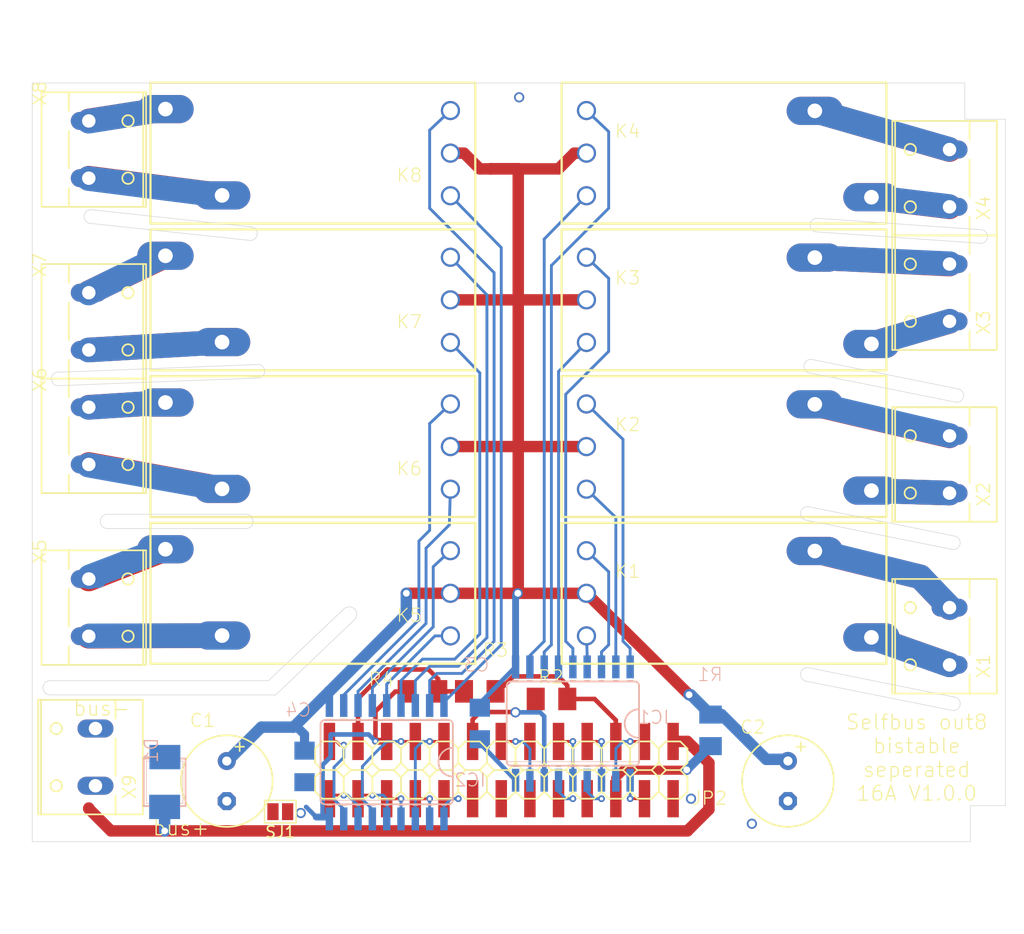
<source format=kicad_pcb>
(kicad_pcb (version 20221018) (generator pcbnew)
  (layers (0 "F.Cu" signal) (31 "B.Cu" signal) (34 "B.Paste" user) (35 "F.Paste" user) (36 "B.SilkS" user "B.Silkscreen") (37 "F.SilkS" user "F.Silkscreen") (38 "B.Mask" user) (39 "F.Mask" user) (44 "Edge.Cuts" user))
  (net 0 "")
  (net 1 "GND")
  (net 2 "VDD")
  (net 3 "+12V")
  (net 4 "/IO5")
  (net 5 "/IO6")
  (net 6 "/IO8")
  (net 7 "/IO2")
  (net 8 "/IO1")
  (net 9 "/IO7")
  (net 10 "/IO3")
  (net 11 "/IO4")
  (net 12 "/O4")
  (net 13 "/O3")
  (net 14 "/O7")
  (net 15 "/O1")
  (net 16 "/O2")
  (net 17 "/O8")
  (net 18 "/O6")
  (net 19 "/O5")
  (net 20 "/IO13")
  (net 21 "/IO14")
  (net 22 "/IO16")
  (net 23 "/IO15")
  (net 24 "/IO9")
  (net 25 "/IO10")
  (net 26 "/IO11")
  (net 27 "/IO12")
  (net 28 "/O12")
  (net 29 "/O11")
  (net 30 "/O10")
  (net 31 "/O9")
  (net 32 "/O15")
  (net 33 "/O16")
  (net 34 "/O14")
  (net 35 "/O13")
  (net 36 "/+3V3")
  (net 37 "/EIB_DC")
  (net 42 "/APP_SEL")
  (net 43 "Net-(K1B-PB)")
  (net 44 "Net-(K1B-PA)")
  (net 45 "Net-(K2B-PB)")
  (net 46 "Net-(K3B-PB)")
  (net 47 "Net-(K3B-PA)")
  (net 48 "Net-(K4B-PB)")
  (net 49 "Net-(K5B-PB)")
  (net 50 "Net-(K5B-PA)")
  (net 51 "Net-(K6B-PA)")
  (net 52 "Net-(K7B-PB)")
  (net 53 "Net-(K7B-PA)")
  (net 54 "Net-(K8B-PA)")
  (footprint "app_out_8x_16A_bistab_seperated_4MU_BOT_v2.0.0:HFE20-3-504" (layer "F.Cu") (at 129.8351 116.6241 180)
    (fp_text reference "K5")
    (fp_text value "HFE20-1-024-1HD504")
  )
  (footprint "app_out_8x_16A_bistab_seperated_4MU_BOT_v2.0.0:2X13SMD" (layer "F.Cu") (at 160.9136 133.5786 180)
    (fp_text reference "JP2")
    (fp_text value "A")
  )
  (footprint "app_out_8x_16A_bistab_seperated_4MU_BOT_v2.0.0:E3,5-8" (layer "F.Cu") (at 172.366553 133.279285 -90)
    (fp_text reference "C2")
    (fp_text value "330µF/35V")
  )
  (footprint "app_out_8x_16A_bistab_seperated_4MU_BOT_v2.0.0:W237-132" (layer "F.Cu") (at 186.0596 89.9541 90)
    (fp_text reference "X3")
    (fp_text value "W237-02P")
  )
  (footprint "app_out_8x_16A_bistab_seperated_4MU_BOT_v2.0.0:HFE20-3-504" (layer "F.Cu") (at 167.1001 77.5716)
    (fp_text reference "K4")
    (fp_text value "HFE20-1-024-1HD504")
  )
  (footprint "app_out_8x_16A_bistab_seperated_4MU_BOT_v2.0.0:M1206" (layer "F.Cu") (at 139.9586 125.3236)
    (fp_text reference "R4")
    (fp_text value "33k")
  )
  (footprint "app_out_8x_16A_bistab_seperated_4MU_BOT_v2.0.0:E3,5-8" (layer "F.Cu") (at 122.603478 133.284382 -90)
    (fp_text reference "C1")
    (fp_text value "330µF/35V")
  )
  (footprint "app_out_8x_16A_bistab_seperated_4MU_BOT_v2.0.0:M1206" (layer "F.Cu") (at 151.4 126)
    (fp_text reference "R2")
    (fp_text value "3k3")
  )
  (footprint "app_out_8x_16A_bistab_seperated_4MU_BOT_v2.0.0:HFE20-3-504" (layer "F.Cu") (at 167.1001 90.5891)
    (fp_text reference "K3")
    (fp_text value "HFE20-1-024-1HD504")
  )
  (footprint "app_out_8x_16A_bistab_seperated_4MU_BOT_v2.0.0:HFE20-3-504" (layer "F.Cu") (at 167.1001 116.6241)
    (fp_text reference "K1")
    (fp_text value "HFE20-1-024-1HD504")
  )
  (footprint "app_out_8x_16A_bistab_seperated_4MU_BOT_v2.0.0:W237-132" (layer "F.Cu") (at 186.0596 105.1941 90)
    (fp_text reference "X2")
    (fp_text value "W237-02P")
  )
  (footprint "app_out_8x_16A_bistab_seperated_4MU_BOT_v2.0.0:HFE20-3-504" (layer "F.Cu") (at 129.8351 90.5891 180)
    (fp_text reference "K7")
    (fp_text value "HFE20-1-024-1HD504")
  )
  (footprint "app_out_8x_16A_bistab_seperated_4MU_BOT_v2.0.0:HFE20-3-504" (layer "F.Cu") (at 129.8351 103.6066 180)
    (fp_text reference "K6")
    (fp_text value "HFE20-1-024-1HD504")
  )
  (footprint "app_out_8x_16A_bistab_seperated_4MU_BOT_v2.0.0:W237-132" (layer "F.Cu") (at 186.0596 79.7941 90)
    (fp_text reference "X4")
    (fp_text value "W237-02P")
  )
  (footprint "app_out_8x_16A_bistab_seperated_4MU_BOT_v2.0.0:W237-132" (layer "F.Cu") (at 111.0026 102.6541 -90)
    (fp_text reference "X6")
    (fp_text value "W237-02P")
  )
  (footprint "app_out_8x_16A_bistab_seperated_4MU_BOT_v2.0.0:W237-132" (layer "F.Cu") (at 111.0026 117.8941 -90)
    (fp_text reference "X5")
    (fp_text value "W237-02P")
  )
  (footprint "app_out_8x_16A_bistab_seperated_4MU_BOT_v2.0.0:W237-132" (layer "F.Cu") (at 110.3262 131.1588 90)
    (fp_text reference "X9")
    (fp_text value "W237-102")
  )
  (footprint "app_out_8x_16A_bistab_seperated_4MU_BOT_v2.0.0:W237-132" (layer "F.Cu") (at 111.0026 92.4941 -90)
    (fp_text reference "X7")
    (fp_text value "W237-02P")
  )
  (footprint "app_out_8x_16A_bistab_seperated_4MU_BOT_v2.0.0:HFE20-3-504" (layer "F.Cu") (at 167.0976 103.6066)
    (fp_text reference "K2")
    (fp_text value "HFE20-1-024-1HD504")
  )
  (footprint "app_out_8x_16A_bistab_seperated_4MU_BOT_v2.0.0:M1206" (layer "F.Cu") (at 145.0386 125.3236)
    (fp_text reference "R3")
    (fp_text value "33k")
  )
  (footprint "app_out_8x_16A_bistab_seperated_4MU_BOT_v2.0.0:W237-132" (layer "F.Cu") (at 111.0026 77.2541 -90)
    (fp_text reference "X8")
    (fp_text value "W237-02P")
  )
  (footprint "app_out_8x_16A_bistab_seperated_4MU_BOT_v2.0.0:HFE20-3-504" (layer "F.Cu") (at 129.8376 77.5716 180)
    (fp_text reference "K8")
    (fp_text value "HFE20-1-024-1HD504")
  )
  (footprint "app_out_8x_16A_bistab_seperated_4MU_BOT_v2.0.0:W237-132" (layer "F.Cu") (at 186.0596 120.4341 90)
    (fp_text reference "X1")
    (fp_text value "W237-02P")
  )
  (footprint "Jumper:SolderJumper-2_P1.3mm_Open_Pad1.0x1.5mm" (layer "F.Cu") (at 127.35 136 180)
    (fp_text reference "SJ1")
    (fp_text value "A")
  )
  (footprint "app_out_8x_16A_bistab_seperated_4MU_BOT_v2.0.0:M1206" (layer "B.Cu") (at 165.502203 128.784029 90)
    (fp_text reference "R1")
    (fp_text value "680")
  )
  (footprint "app_out_8x_16A_bistab_seperated_4MU_BOT_v2.0.0:SO18W" (layer "B.Cu") (at 136.7836 131.6101 180)
    (fp_text reference "IC2")
    (fp_text value "ULN2803")
  )
  (footprint "app_out_8x_16A_bistab_seperated_4MU_BOT_v2.0.0:C1206" (layer "B.Cu") (at 129.498121 131.984169 -90)
    (fp_text reference "C4")
    (fp_text value "100n")
  )
  (footprint "app_out_8x_16A_bistab_seperated_4MU_BOT_v2.0.0:SO18W" (layer "B.Cu") (at 153.2936 128.1811 180)
    (fp_text reference "IC1")
    (fp_text value "ULN2803")
  )
  (footprint "app_out_8x_16A_bistab_seperated_4MU_BOT_v2.0.0:SMB" (layer "B.Cu") (at 117.219012 133.265004 90)
    (fp_text reference "D1")
    (fp_text value "SMAJ40CA")
  )
  (footprint "app_out_8x_16A_bistab_seperated_4MU_BOT_v2.0.0:C1206" (layer "B.Cu") (at 145.0436 128.1736 -90)
    (fp_text reference "C3")
    (fp_text value "100n")
  )
  (gr_arc (start 174.8311 84.5561) (mid 174.3311 83.8561) (end 175.0311 83.3561) (stroke (width 0.05)) (layer "Edge.Cuts"))
  (gr_arc (start 124.7561 84.1161) (mid 125.3061 84.7661) (end 124.6561 85.3161) (stroke (width 0.05)) (layer "Edge.Cuts"))
  (gr_arc (start 124.9311 110.2461) (mid 124.745113 110.695113) (end 124.2961 110.8811) (stroke (width 0.05)) (layer "Edge.Cuts"))
  (gr_arc (start 187.3911 98.4786) (mid 187.9411 99.1286) (end 187.2911 99.6786) (stroke (width 0.05)) (layer "Edge.Cuts"))
  (gr_line (start 126.9411 125.6411) (end 106.9386 125.6411) (stroke (width 0.05)) (layer "Edge.Cuts"))
  (gr_line (start 175.0311 83.3561) (end 189.5186 84.3686) (stroke (width 0.05)) (layer "Edge.Cuts"))
  (gr_line (start 124.6561 85.3161) (end 110.4511 83.7986) (stroke (width 0.05)) (layer "Edge.Cuts"))
  (gr_line (start 191.6511 135.4586) (end 188.5511 135.4586) (stroke (width 0.05)) (layer "Edge.Cuts"))
  (gr_line (start 126.9411 125.6411) (end 133.9261 118.9736) (stroke (width 0.05)) (layer "Edge.Cuts"))
  (gr_arc (start 110.4511 83.7986) (mid 109.9511 83.0986) (end 110.6511 82.5986) (stroke (width 0.05)) (layer "Edge.Cuts"))
  (gr_arc (start 187.0911 111.5386) (mid 187.6411 112.1886) (end 186.9911 112.7386) (stroke (width 0.05)) (layer "Edge.Cuts"))
  (gr_line (start 191.6511 74.5586) (end 191.6511 135.4586) (stroke (width 0.05)) (layer "Edge.Cuts"))
  (gr_line (start 188.5511 135.4586) (end 188.5511 138.6586) (stroke (width 0.05)) (layer "Edge.Cuts"))
  (gr_arc (start 187.0911 125.8261) (mid 187.6411 126.4761) (end 186.9911 127.0261) (stroke (width 0.05)) (layer "Edge.Cuts"))
  (gr_line (start 107.770415 97.005425) (end 125.4211 96.3236) (stroke (width 0.05)) (layer "Edge.Cuts"))
  (gr_line (start 188.5511 138.6586) (end 105.3511 138.6586) (stroke (width 0.05)) (layer "Edge.Cuts"))
  (gr_line (start 105.3511 71.3486) (end 188.0511 71.3486) (stroke (width 0.05)) (layer "Edge.Cuts"))
  (gr_arc (start 112.0186 110.8811) (mid 111.569587 110.695113) (end 111.3836 110.2461) (stroke (width 0.05)) (layer "Edge.Cuts"))
  (gr_line (start 125.3211 97.5236) (end 107.570415 98.205425) (stroke (width 0.05)) (layer "Edge.Cuts"))
  (gr_line (start 186.9911 127.0261) (end 173.9911 124.4261) (stroke (width 0.05)) (layer "Edge.Cuts"))
  (gr_line (start 112.0186 109.6111) (end 124.2961 109.6111) (stroke (width 0.05)) (layer "Edge.Cuts"))
  (gr_arc (start 124.2961 109.6111) (mid 124.745113 109.797087) (end 124.9311 110.2461) (stroke (width 0.05)) (layer "Edge.Cuts"))
  (gr_arc (start 173.9911 124.4261) (mid 173.4911 123.7261) (end 174.1911 123.2261) (stroke (width 0.05)) (layer "Edge.Cuts"))
  (gr_line (start 110.6511 82.5986) (end 124.7561 84.1161) (stroke (width 0.05)) (layer "Edge.Cuts"))
  (gr_arc (start 107.570415 98.205425) (mid 107.070415 97.505425) (end 107.770415 97.005425) (stroke (width 0.05)) (layer "Edge.Cuts"))
  (gr_line (start 106.9386 124.3711) (end 126.3061 124.3711) (stroke (width 0.05)) (layer "Edge.Cuts"))
  (gr_line (start 174.1911 108.9386) (end 187.0911 111.5386) (stroke (width 0.05)) (layer "Edge.Cuts"))
  (gr_line (start 124.2961 110.8811) (end 112.0186 110.8811) (stroke (width 0.05)) (layer "Edge.Cuts"))
  (gr_line (start 187.2911 99.6786) (end 174.2911 97.0786) (stroke (width 0.05)) (layer "Edge.Cuts"))
  (gr_line (start 188.0511 71.3486) (end 188.0511 74.5586) (stroke (width 0.05)) (layer "Edge.Cuts"))
  (gr_arc (start 189.5186 84.3686) (mid 190.0686 85.0186) (end 189.4186 85.5686) (stroke (width 0.05)) (layer "Edge.Cuts"))
  (gr_line (start 189.4186 85.5686) (end 174.8311 84.5561) (stroke (width 0.05)) (layer "Edge.Cuts"))
  (gr_arc (start 106.9386 125.6411) (mid 106.489587 125.455113) (end 106.3036 125.0061) (stroke (width 0.05)) (layer "Edge.Cuts"))
  (gr_arc (start 125.4211 96.3236) (mid 125.9711 96.9736) (end 125.3211 97.5236) (stroke (width 0.05)) (layer "Edge.Cuts"))
  (gr_arc (start 174.2911 97.0786) (mid 173.7911 96.3786) (end 174.4911 95.8786) (stroke (width 0.05)) (layer "Edge.Cuts"))
  (gr_line (start 126.3061 124.3711) (end 132.9736 118.0211) (stroke (width 0.05)) (layer "Edge.Cuts"))
  (gr_arc (start 106.3036 125.0061) (mid 106.489587 124.557087) (end 106.9386 124.3711) (stroke (width 0.05)) (layer "Edge.Cuts"))
  (gr_line (start 186.9911 112.7386) (end 173.9911 110.1386) (stroke (width 0.05)) (layer "Edge.Cuts"))
  (gr_line (start 174.4911 95.8786) (end 187.3911 98.4786) (stroke (width 0.05)) (layer "Edge.Cuts"))
  (gr_arc (start 132.9736 118.0211) (mid 133.9261 118.0211) (end 133.9261 118.9736) (stroke (width 0.05)) (layer "Edge.Cuts"))
  (gr_arc (start 173.9911 110.1386) (mid 173.4911 109.4386) (end 174.1911 108.9386) (stroke (width 0.05)) (layer "Edge.Cuts"))
  (gr_arc (start 111.3836 110.2461) (mid 111.569587 109.797087) (end 112.0186 109.6111) (stroke (width 0.05)) (layer "Edge.Cuts"))
  (gr_line (start 174.1911 123.2261) (end 187.0911 125.8261) (stroke (width 0.05)) (layer "Edge.Cuts"))
  (gr_line (start 105.3511 138.6586) (end 105.3511 71.3486) (stroke (width 0.05)) (layer "Edge.Cuts"))
  (gr_line (start 188.0511 74.5586) (end 191.6511 74.5586) (stroke (width 0.05)) (layer "Edge.Cuts"))
  (gr_text "bus+" (at 118.552365 137.444854) (layer "F.SilkS") (effects (font (size 1.308608 1.308608) (thickness 0.113792))))
  (gr_text "bus-" (at 111.50235 126.8361) (layer "F.SilkS") (effects (font (size 1.308608 1.308608) (thickness 0.113792))))
  (gr_text "Selfbus out8\nbistable\nseperated\n16A V1.0.0" (at 183.788312 131.215304) (layer "F.SilkS") (effects (font (size 1.308608 1.308608) (thickness 0.113792))))
  (segment (start 145.067606 127.158941) (end 148.198346 127.158941) (width 0.4064) (layer "F.Cu") (net 0))
  (segment (start 144.4036 127.822947) (end 145.067606 127.158941) (width 0.4064) (layer "F.Cu") (net 0))
  (segment (start 144.4036 129.7686) (end 144.4036 127.822947) (width 0.4064) (layer "F.Cu") (net 0))
  (segment (start 148.198346 127.158941) (end 148.198346 127.186138) (width 0.4064) (layer "F.Cu") (net 0))
  (via (at 148.198346 127.186138) (size 0.9) (drill 0.6) (layers "F.Cu" "B.Cu") (net 0))
  (segment (start 150.738346 133.195047) (end 150.7536 133.2103) (width 0.4064) (layer "B.Cu") (net 0))
  (segment (start 139.3236 124.3711) (end 139.3236 126.5809) (width 0.254) (layer "B.Cu") (net 0))
  (segment (start 157.7386 120.8786) (end 157.7386 102.9676) (width 0.254) (layer "B.Cu") (net 0))
  (segment (start 145.0386 120.2436) (end 145.0386 97.0726) (width 0.254) (layer "B.Cu") (net 0))
  (segment (start 149.4836 122.1486) (end 150.7536 120.8786) (width 0.254) (layer "B.Cu") (net 0))
  (segment (start 148.198346 127.186138) (end 150.393637 127.186138) (width 0.4064) (layer "B.Cu") (net 0))
  (segment (start 157.1036 109.8926) (end 154.4976 107.3866) (width 0.254) (layer "B.Cu") (net 0))
  (segment (start 145.0386 120.2436) (end 142.8161 122.4661) (width 0.254) (layer "B.Cu") (net 0))
  (segment (start 140.5936 75.5356) (end 142.4376 73.7916) (width 0.254) (layer "B.Cu") (net 0))
  (segment (start 140.5936 124.3711) (end 140.5936 126.5809) (width 0.254) (layer "B.Cu") (net 0))
  (segment (start 150.7536 121.8311) (end 151.3886 121.1961) (width 0.254) (layer "B.Cu") (net 0))
  (segment (start 149.4836 123.1519) (end 149.4836 122.1486) (width 0.254) (layer "B.Cu") (net 0))
  (segment (start 150.7536 123.1519) (end 150.7536 121.8311) (width 0.254) (layer "B.Cu") (net 0))
  (segment (start 156.4686 95.1611) (end 156.4686 88.6776) (width 0.254) (layer "B.Cu") (net 0))
  (segment (start 141.2286 123.7361) (end 140.5936 124.3711) (width 0.254) (layer "B.Cu") (net 0))
  (segment (start 145.6736 120.5611) (end 143.1336 123.1011) (width 0.254) (layer "B.Cu") (net 0))
  (segment (start 152.0236 123.1519) (end 152.0236 96.9456) (width 0.254) (layer "B.Cu") (net 0))
  (segment (start 146.3086 120.8786) (end 143.4511 123.7361) (width 0.254) (layer "B.Cu") (net 0))
  (segment (start 156.4686 88.6776) (end 154.5001 86.8091) (width 0.254) (layer "B.Cu") (net 0))
  (segment (start 146.9436 121.1961) (end 141.8355 126.3042) (width 0.254) (layer "B.Cu") (net 0))
  (segment (start 143.1336 123.1011) (end 140.5936 123.1011) (width 0.254) (layer "B.Cu") (net 0))
  (segment (start 157.7386 102.9676) (end 154.4976 99.8266) (width 0.254) (layer "B.Cu") (net 0))
  (segment (start 156.4686 75.6601) (end 154.5001 73.7916) (width 0.254) (layer "B.Cu") (net 0))
  (segment (start 141.8355 126.3042) (end 141.8636 126.5809) (width 0.254) (layer "B.Cu") (net 0))
  (segment (start 157.1036 123.1519) (end 157.1036 109.8926) (width 0.254) (layer "B.Cu") (net 0))
  (segment (start 150.393637 127.186138) (end 150.7536 127.5461) (width 0.4064) (layer "B.Cu") (net 0))
  (segment (start 155.8336 123.1519) (end 155.8336 121.8311) (width 0.254) (layer "B.Cu") (net 0))
  (segment (start 142.8161 122.4661) (end 139.9586 122.4661) (width 0.254) (layer "B.Cu") (net 0))
  (segment (start 145.6736 120.5611) (end 145.6736 90.1476) (width 0.254) (layer "B.Cu") (net 0))
  (segment (start 153.2936 123.1519) (end 153.2936 121.5136) (width 0.254) (layer "B.Cu") (net 0))
  (segment (start 152.0236 96.9456) (end 154.5001 94.3691) (width 0.254) (layer "B.Cu") (net 0))
  (segment (start 151.3886 121.1961) (end 151.3886 87.5411) (width 0.254) (layer "B.Cu") (net 0))
  (segment (start 150.7536 120.8786) (end 150.7536 85.1981) (width 0.254) (layer "B.Cu") (net 0))
  (segment (start 140.5936 123.1011) (end 139.3236 124.3711) (width 0.254) (layer "B.Cu") (net 0))
  (segment (start 145.6736 90.1476) (end 142.4351 86.8091) (width 0.254) (layer "B.Cu") (net 0))
  (segment (start 146.9436 85.9576) (end 142.4376 81.3516) (width 0.254) (layer "B.Cu") (net 0))
  (segment (start 156.4686 121.1961) (end 156.4686 114.7126) (width 0.254) (layer "B.Cu") (net 0))
  (segment (start 156.4686 114.7126) (end 154.5001 112.8441) (width 0.254) (layer "B.Cu") (net 0))
  (segment (start 146.3086 120.8786) (end 146.3086 88.1761) (width 0.254) (layer "B.Cu") (net 0))
  (segment (start 155.8336 121.8311) (end 156.4686 121.1961) (width 0.254) (layer "B.Cu") (net 0))
  (segment (start 146.3086 88.1761) (end 140.5936 82.4611) (width 0.254) (layer "B.Cu") (net 0))
  (segment (start 140.5936 82.4611) (end 140.5936 75.5356) (width 0.254) (layer "B.Cu") (net 0))
  (segment (start 146.9436 85.9576) (end 146.9436 121.1961) (width 0.254) (layer "B.Cu") (net 0))
  (segment (start 151.3886 87.5411) (end 156.4686 82.4611) (width 0.254) (layer "B.Cu") (net 0))
  (segment (start 150.7536 85.1981) (end 154.5001 81.3516) (width 0.254) (layer "B.Cu") (net 0))
  (segment (start 158.3736 121.5136) (end 157.7386 120.8786) (width 0.254) (layer "B.Cu") (net 0))
  (segment (start 145.0386 97.0726) (end 142.4351 94.3691) (width 0.254) (layer "B.Cu") (net 0))
  (segment (start 152.6586 120.8786) (end 152.6586 98.9711) (width 0.254) (layer "B.Cu") (net 0))
  (segment (start 138.0536 124.3711) (end 138.0536 126.5809) (width 0.254) (layer "B.Cu") (net 0))
  (segment (start 158.3736 123.1519) (end 158.3736 121.5136) (width 0.254) (layer "B.Cu") (net 0))
  (segment (start 153.2936 121.5136) (end 152.6586 120.8786) (width 0.254) (layer "B.Cu") (net 0))
  (segment (start 143.4511 123.7361) (end 141.2286 123.7361) (width 0.254) (layer "B.Cu") (net 0))
  (segment (start 152.6586 98.9711) (end 156.4686 95.1611) (width 0.254) (layer "B.Cu") (net 0))
  (segment (start 139.9586 122.4661) (end 138.0536 124.3711) (width 0.254) (layer "B.Cu") (net 0))
  (segment (start 156.4686 82.4611) (end 156.4686 75.6601) (width 0.254) (layer "B.Cu") (net 0))
  (segment (start 150.7536 127.5461) (end 150.7536 133.2103) (width 0.4064) (layer "B.Cu") (net 0))
  (segment (start 138.538215 125.343985) (end 138.5586 125.3236) (width 0.4064) (layer "F.Cu") (net 1))
  (segment (start 135.788115 129.7511) (end 136.7661 129.7511) (width 0.6096) (layer "F.Cu") (net 1))
  (segment (start 135.788115 129.7511) (end 135.788115 127.103285) (width 0.4064) (layer "F.Cu") (net 1))
  (segment (start 136.7661 129.7511) (end 136.7836 129.7686) (width 0.6096) (layer "F.Cu") (net 1))
  (segment (start 137.547415 125.343985) (end 138.538215 125.343985) (width 0.4064) (layer "F.Cu") (net 1))
  (segment (start 135.788115 127.103285) (end 137.547415 125.343985) (width 0.4064) (layer "F.Cu") (net 1))
  (via (at 163.7711 134.8486) (size 0.9) (drill 0.6) (layers "F.Cu" "B.Cu") (net 1))
  (via (at 148.5311 72.6186) (size 0.9) (drill 0.6) (layers "F.Cu" "B.Cu") (net 1))
  (via (at 135.788115 129.7511) (size 0.6) (drill 0.3) (layers "F.Cu" "B.Cu") (net 1))
  (via (at 129.1636 136.1186) (size 0.9) (drill 0.6) (layers "F.Cu" "B.Cu") (net 1))
  (via (at 169.1686 137.0711) (size 0.9) (drill 0.6) (layers "F.Cu" "B.Cu") (net 1))
  (segment (start 131.808653 129.181472) (end 131.840125 129.15) (width 0.4064) (layer "B.Cu") (net 1))
  (segment (start 131.100503 131.851497) (end 131.808653 131.143347) (width 0.4064) (layer "B.Cu") (net 1))
  (segment (start 131.840125 129.15) (end 135.187015 129.15) (width 0.4064) (layer "B.Cu") (net 1))
  (segment (start 135.187015 129.15) (end 135.788115 129.7511) (width 0.4064) (layer "B.Cu") (net 1))
  (segment (start 135.788115 129.7511) (end 135.7811 129.7511) (width 0.4064) (layer "B.Cu") (net 1))
  (segment (start 131.08899 136.4736) (end 131.5379 136.4736) (width 0.6096) (layer "B.Cu") (net 1))
  (segment (start 130.5336 136.4736) (end 131.08899 136.4736) (width 0.6096) (layer "B.Cu") (net 1))
  (segment (start 131.808653 131.143347) (end 131.808653 129.181472) (width 0.4064) (layer "B.Cu") (net 1))
  (segment (start 145.1295 129.9945) (end 148.2136 133.2103) (width 0.4064) (layer "B.Cu") (net 1))
  (segment (start 131.5379 136.4736) (end 131.7036 136.6393) (width 0.4064) (layer "B.Cu") (net 1))
  (segment (start 131.100503 136.462088) (end 131.100503 131.851497) (width 0.4064) (layer "B.Cu") (net 1))
  (segment (start 131.4786 136.4143) (end 131.7036 136.6393) (width 0.4064) (layer "B.Cu") (net 1))
  (segment (start 131.08899 136.4736) (end 131.100503 136.462088) (width 0.4064) (layer "B.Cu") (net 1))
  (segment (start 129.638512 135.578513) (end 130.5336 136.4736) (width 0.4064) (layer "B.Cu") (net 1))
  (segment (start 145.0436 129.5736) (end 145.1295 129.9945) (width 0.4064) (layer "B.Cu") (net 1))
  (segment (start 154.5001 77.5716) (end 153.4206 77.5716) (width 1.016) (layer "F.Cu") (net 2))
  (segment (start 148.4511 90.3986) (end 148.4511 78.9586) (width 1.016) (layer "F.Cu") (net 2))
  (segment (start 148.2606 90.5891) (end 148.2606 90.5891) (width 1.016) (layer "F.Cu") (net 2))
  (segment (start 146.0011 78.9586) (end 146.0011 78.9586) (width 1.016) (layer "F.Cu") (net 2))
  (segment (start 143.6416 77.5716) (end 142.4376 77.5716) (width 1.016) (layer "F.Cu") (net 2))
  (segment (start 148.2606 90.5891) (end 142.4351 90.5891) (width 1.016) (layer "F.Cu") (net 2))
  (segment (start 154.5001 116.6241) (end 148.4136 116.6241) (width 1.016) (layer "F.Cu") (net 2))
  (segment (start 152.0236 78.9686) (end 145.9911 78.9686) (width 1.016) (layer "F.Cu") (net 2))
  (segment (start 148.35585 90.563578) (end 148.425578 90.49385) (width 1.016) (layer "F.Cu") (net 2))
  (segment (start 148.54635 90.563578) (end 148.476622 90.49385) (width 1.016) (layer "F.Cu") (net 2))
  (segment (start 163.601793 125.625794) (end 154.5001 116.6241) (width 1.016) (layer "F.Cu") (net 2))
  (segment (start 143.6416 77.5716) (end 145.0386 78.9686) (width 1.016) (layer "F.Cu") (net 2))
  (segment (start 142.4351 103.6066) (end 148.4511 103.6066) (width 1.016) (layer "F.Cu") (net 2))
  (segment (start 148.6416 90.5891) (end 148.54635 90.563578) (width 1.016) (layer "F.Cu") (net 2))
  (segment (start 146.0011 78.9586) (end 145.9911 78.9686) (width 1.016) (layer "F.Cu") (net 2))
  (segment (start 153.4206 77.5716) (end 152.0236 78.9686) (width 1.016) (layer "F.Cu") (net 2))
  (segment (start 142.332303 116.621304) (end 142.4351 116.6241) (width 0.4064) (layer "F.Cu") (net 2))
  (segment (start 145.9911 78.9686) (end 145.0386 78.9686) (width 1.016) (layer "F.Cu") (net 2))
  (segment (start 148.425578 90.49385) (end 148.4511 90.3986) (width 1.016) (layer "F.Cu") (net 2))
  (segment (start 154.4976 103.6066) (end 148.4511 103.6066) (width 1.016) (layer "F.Cu") (net 2))
  (segment (start 148.4136 116.6241) (end 142.4351 116.6241) (width 1.016) (layer "F.Cu") (net 2))
  (segment (start 148.4511 116.5586) (end 148.4511 103.6066) (width 1.016) (layer "F.Cu") (net 2))
  (segment (start 148.6416 90.5891) (end 148.6416 90.5891) (width 1.016) (layer "F.Cu") (net 2))
  (segment (start 148.6416 90.5891) (end 154.5001 90.5891) (width 1.016) (layer "F.Cu") (net 2))
  (segment (start 148.476622 90.49385) (end 148.4511 90.3986) (width 1.016) (layer "F.Cu") (net 2))
  (segment (start 148.4511 78.9586) (end 146.0011 78.9586) (width 1.016) (layer "F.Cu") (net 2))
  (segment (start 138.527015 116.621304) (end 142.332303 116.621304) (width 1.016) (layer "F.Cu") (net 2))
  (segment (start 148.2606 90.5891) (end 148.35585 90.563578) (width 1.016) (layer "F.Cu") (net 2))
  (segment (start 148.4511 103.6066) (end 148.4511 90.3986) (width 1.016) (layer "F.Cu") (net 2))
  (via (at 148.4136 116.6241) (size 0.9) (drill 0.6) (layers "F.Cu" "B.Cu") (net 2))
  (via (at 163.601793 125.625794) (size 0.9) (drill 0.6) (layers "F.Cu" "B.Cu") (net 2))
  (via (at 138.527015 116.621304) (size 0.9) (drill 0.6) (layers "F.Cu" "B.Cu") (net 2))
  (segment (start 122.663318 131.506382) (end 125.6711 128.4986) (width 1.016) (layer "B.Cu") (net 2))
  (segment (start 129.498121 130.584169) (end 129.498121 129.150622) (width 0.8128) (layer "B.Cu") (net 2))
  (segment (start 166.466528 127.384029) (end 170.4386 131.3561) (width 1.016) (layer "B.Cu") (net 2))
  (segment (start 128.68735 128.33985) (end 128.5286 128.4986) (width 1.016) (layer "B.Cu") (net 2))
  (segment (start 122.603478 131.506382) (end 122.663318 131.506382) (width 1.016) (layer "B.Cu") (net 2))
  (segment (start 163.743968 125.625794) (end 165.502203 127.384029) (width 1.016) (layer "B.Cu") (net 2))
  (segment (start 148.2136 116.8241) (end 148.4136 116.6241) (width 0.6096) (layer "B.Cu") (net 2))
  (segment (start 138.527015 116.621304) (end 138.527015 118.500185) (width 1.016) (layer "B.Cu") (net 2))
  (segment (start 131.7036 126.5809) (end 131.7036 125.3236) (width 0.6096) (layer "B.Cu") (net 2))
  (segment (start 165.502203 127.384029) (end 166.466528 127.384029) (width 1.016) (layer "B.Cu") (net 2))
  (segment (start 145.3611 126.0552) (end 145.0436 126.7736) (width 0.4064) (layer "B.Cu") (net 2))
  (segment (start 138.527015 118.500185) (end 131.7036 125.3236) (width 1.016) (layer "B.Cu") (net 2))
  (segment (start 148.2136 123.1519) (end 145.3611 126.0552) (width 0.4064) (layer "B.Cu") (net 2))
  (segment (start 163.601793 125.625794) (end 163.743968 125.625794) (width 1.016) (layer "B.Cu") (net 2))
  (segment (start 125.6711 128.4986) (end 128.5286 128.4986) (width 1.016) (layer "B.Cu") (net 2))
  (segment (start 172.221368 131.3561) (end 172.366553 131.501285) (width 1.016) (layer "B.Cu") (net 2))
  (segment (start 129.498121 129.150622) (end 128.68735 128.33985) (width 0.8128) (layer "B.Cu") (net 2))
  (segment (start 131.7036 125.3236) (end 128.68735 128.33985) (width 1.016) (layer "B.Cu") (net 2))
  (segment (start 170.4386 131.3561) (end 172.221368 131.3561) (width 1.016) (layer "B.Cu") (net 2))
  (segment (start 148.2136 123.1519) (end 148.2136 116.8241) (width 0.6096) (layer "B.Cu") (net 2))
  (segment (start 163.4536 137.7061) (end 117.0986 137.7061) (width 1.016) (layer "F.Cu") (net 3))
  (segment (start 163.4536 129.7686) (end 165.3586 131.6736) (width 1.016) (layer "F.Cu") (net 3))
  (segment (start 110.3676 135.6741) (end 110.3676 135.7376) (width 1.016) (layer "F.Cu") (net 3))
  (segment (start 165.3586 135.8011) (end 163.4536 137.7061) (width 1.016) (layer "F.Cu") (net 3))
  (segment (start 162.1836 129.7686) (end 163.4536 129.7686) (width 1.016) (layer "F.Cu") (net 3))
  (segment (start 165.3586 131.6736) (end 165.3586 135.8011) (width 1.016) (layer "F.Cu") (net 3))
  (segment (start 117.0986 137.7061) (end 112.3361 137.7061) (width 1.016) (layer "F.Cu") (net 3))
  (segment (start 110.3676 135.7376) (end 112.3361 137.7061) (width 1.016) (layer "F.Cu") (net 3))
  (via (at 117.0986 137.7061) (size 0.9) (drill 0.6) (layers "F.Cu" "B.Cu") (net 3))
  (segment (start 117.092012 135.576404) (end 117.092012 137.699513) (width 1.016) (layer "B.Cu") (net 3))
  (segment (start 117.092012 137.699513) (end 117.0986 137.7061) (width 1.016) (layer "B.Cu") (net 3))
  (segment (start 158.3736 134.8486) (end 159.6436 134.8486) (width 0.254) (layer "F.Cu") (net 4))
  (via (at 158.3736 134.8486) (size 0.6) (drill 0.3) (layers "F.Cu" "B.Cu") (net 4))
  (segment (start 158.3736 133.2103) (end 158.3736 134.8486) (width 0.254) (layer "B.Cu") (net 4))
  (segment (start 158.3736 129.7686) (end 159.6436 129.7686) (width 0.254) (layer "F.Cu") (net 5))
  (via (at 158.3736 129.7686) (size 0.6) (drill 0.3) (layers "F.Cu" "B.Cu") (net 5))
  (segment (start 157.7386 129.7686) (end 158.3736 129.7686) (width 0.254) (layer "B.Cu") (net 5))
  (segment (start 157.1036 133.2103) (end 157.1036 130.4036) (width 0.254) (layer "B.Cu") (net 5))
  (segment (start 157.1036 130.4036) (end 157.7386 129.7686) (width 0.254) (layer "B.Cu") (net 5))
  (segment (start 154.5636 129.7686) (end 155.8336 129.7686) (width 0.254) (layer "F.Cu") (net 6))
  (via (at 155.8336 129.7686) (size 0.6) (drill 0.3) (layers "F.Cu" "B.Cu") (net 6))
  (segment (start 155.8336 129.7686) (end 155.8336 133.2103) (width 0.254) (layer "B.Cu") (net 6))
  (segment (start 155.8336 134.8486) (end 154.5636 134.8486) (width 0.254) (layer "F.Cu") (net 7))
  (via (at 155.8336 134.8486) (size 0.6) (drill 0.3) (layers "F.Cu" "B.Cu") (net 7))
  (segment (start 154.5636 133.2103) (end 154.5636 134.2136) (width 0.254) (layer "B.Cu") (net 7))
  (segment (start 154.5636 134.2136) (end 155.1986 134.8486) (width 0.254) (layer "B.Cu") (net 7))
  (segment (start 155.1986 134.8486) (end 155.8336 134.8486) (width 0.254) (layer "B.Cu") (net 7))
  (segment (start 152.0236 129.7686) (end 153.2936 129.7686) (width 0.254) (layer "F.Cu") (net 8))
  (via (at 153.2936 129.7686) (size 0.6) (drill 0.3) (layers "F.Cu" "B.Cu") (net 8))
  (segment (start 153.2936 129.7686) (end 153.2936 133.2103) (width 0.254) (layer "B.Cu") (net 8))
  (segment (start 153.2936 134.8486) (end 152.0236 134.8486) (width 0.254) (layer "F.Cu") (net 9))
  (via (at 153.2936 134.8486) (size 0.6) (drill 0.3) (layers "F.Cu" "B.Cu") (net 9))
  (segment (start 152.0236 134.2136) (end 152.6586 134.8486) (width 0.254) (layer "B.Cu") (net 9))
  (segment (start 152.6586 134.8486) (end 153.2936 134.8486) (width 0.254) (layer "B.Cu") (net 9))
  (segment (start 152.0236 133.2103) (end 152.0236 134.2136) (width 0.254) (layer "B.Cu") (net 9))
  (segment (start 148.2136 129.7686) (end 146.9436 129.7686) (width 0.254) (layer "F.Cu") (net 11))
  (via (at 148.2136 129.7686) (size 0.6) (drill 0.3) (layers "F.Cu" "B.Cu") (net 11))
  (segment (start 149.4836 130.4036) (end 148.8486 129.7686) (width 0.254) (layer "B.Cu") (net 11))
  (segment (start 149.4836 133.2103) (end 149.4836 130.4036) (width 0.254) (layer "B.Cu") (net 11))
  (segment (start 148.8486 129.7686) (end 148.2136 129.7686) (width 0.254) (layer "B.Cu") (net 11))
  (segment (start 154.5001 120.4041) (end 154.6001 123.1154) (width 0.254) (layer "B.Cu") (net 16))
  (segment (start 154.6001 123.1154) (end 154.5636 123.1519) (width 0.254) (layer "B.Cu") (net 16))
  (segment (start 143.1336 134.8486) (end 141.8636 134.8486) (width 0.254) (layer "F.Cu") (net 20))
  (via (at 143.1336 134.8486) (size 0.6) (drill 0.3) (layers "F.Cu" "B.Cu") (net 20))
  (segment (start 143.1336 134.8486) (end 142.4986 134.8486) (width 0.254) (layer "B.Cu") (net 20))
  (segment (start 142.4986 134.8486) (end 141.8636 135.4836) (width 0.254) (layer "B.Cu") (net 20))
  (segment (start 141.8636 135.4836) (end 141.8636 136.6393) (width 0.254) (layer "B.Cu") (net 20))
  (segment (start 139.3236 134.8486) (end 140.5936 134.8486) (width 0.254) (layer "F.Cu") (net 21))
  (via (at 140.5936 134.8486) (size 0.6) (drill 0.3) (layers "F.Cu" "B.Cu") (net 21))
  (segment (start 140.5936 134.8486) (end 140.5936 136.6393) (width 0.254) (layer "B.Cu") (net 21))
  (segment (start 140.5936 129.7686) (end 141.8636 129.7686) (width 0.254) (layer "F.Cu") (net 22))
  (via (at 140.5936 129.7686) (size 0.6) (drill 0.3) (layers "F.Cu" "B.Cu") (net 22))
  (segment (start 139.3236 130.4036) (end 139.9586 129.7686) (width 0.254) (layer "B.Cu") (net 22))
  (segment (start 139.3236 130.4036) (end 139.3236 136.6393) (width 0.254) (layer "B.Cu") (net 22))
  (segment (start 139.9586 129.7686) (end 140.5936 129.7686) (width 0.254) (layer "B.Cu") (net 22))
  (segment (start 136.7836 134.8486) (end 138.0536 134.8486) (width 0.254) (layer "F.Cu") (net 23))
  (via (at 138.0536 134.8486) (size 0.6) (drill 0.3) (layers "F.Cu" "B.Cu") (net 23))
  (segment (start 138.0536 134.8486) (end 138.0536 136.6393) (width 0.254) (layer "B.Cu") (net 23))
  (segment (start 135.5136 134.5336) (end 134.5586 134.5336) (width 0.254) (layer "F.Cu") (net 24))
  (segment (start 134.5586 134.5336) (end 134.2436 134.8486) (width 0.254) (layer "F.Cu") (net 24))
  (via (at 135.5136 134.5336) (size 0.6) (drill 0.3) (layers "F.Cu" "B.Cu") (net 24))
  (segment (start 135.5136 134.5336) (end 136.4686 134.5336) (width 0.254) (layer "B.Cu") (net 24))
  (segment (start 136.4686 134.5336) (end 136.8336 134.8986) (width 0.254) (layer "B.Cu") (net 24))
  (segment (start 136.8336 136.5893) (end 136.7836 136.6393) (width 0.254) (layer "B.Cu") (net 24))
  (segment (start 136.8336 134.8986) (end 136.8336 136.5893) (width 0.254) (layer "B.Cu") (net 24))
  (segment (start 138.0536 129.7686) (end 139.3236 129.7686) (width 0.254) (layer "F.Cu") (net 25))
  (via (at 138.0536 129.7686) (size 0.6) (drill 0.3) (layers "F.Cu" "B.Cu") (net 25))
  (segment (start 134.6286 131.9836) (end 134.6286 134.8986) (width 0.254) (layer "B.Cu") (net 25))
  (segment (start 135.5736 136.5793) (end 135.5136 136.6393) (width 0.254) (layer "B.Cu") (net 25))
  (segment (start 135.5136 131.0386) (end 136.7836 129.7686) (width 0.254) (layer "B.Cu") (net 25))
  (segment (start 136.7836 129.7686) (end 138.0536 129.7686) (width 0.254) (layer "B.Cu") (net 25))
  (segment (start 134.6286 134.8986) (end 135.5736 135.8436) (width 0.254) (layer "B.Cu") (net 25))
  (segment (start 135.5136 131.0386) (end 134.6286 131.9836) (width 0.254) (layer "B.Cu") (net 25))
  (segment (start 135.5736 135.8436) (end 135.5736 136.5793) (width 0.254) (layer "B.Cu") (net 25))
  (segment (start 132.9736 134.5336) (end 132.0186 134.5336) (width 0.254) (layer "F.Cu") (net 26))
  (segment (start 132.0186 134.5336) (end 131.7036 134.8486) (width 0.254) (layer "F.Cu") (net 26))
  (via (at 132.9736 134.5336) (size 0.6) (drill 0.3) (layers "F.Cu" "B.Cu") (net 26))
  (segment (start 134.3136 135.5286) (end 134.3136 136.5693) (width 0.254) (layer "B.Cu") (net 26))
  (segment (start 133.3186 134.5336) (end 134.3136 135.5286) (width 0.254) (layer "B.Cu") (net 26))
  (segment (start 132.9736 134.5336) (end 133.3186 134.5336) (width 0.254) (layer "B.Cu") (net 26))
  (segment (start 134.3136 136.5693) (end 134.2436 136.6393) (width 0.254) (layer "B.Cu") (net 26))
  (segment (start 132.64025 130.092494) (end 132.974796 130.092494) (width 0.254) (layer "F.Cu") (net 27))
  (segment (start 132.317093 129.769338) (end 132.64025 130.092494) (width 0.254) (layer "F.Cu") (net 27))
  (segment (start 131.7036 129.7686) (end 132.317093 129.769338) (width 0.254) (layer "F.Cu") (net 27))
  (via (at 132.974796 130.092494) (size 0.6) (drill 0.3) (layers "F.Cu" "B.Cu") (net 27))
  (segment (start 133.0536 135.8436) (end 133.0536 136.5593) (width 0.254) (layer "B.Cu") (net 27))
  (segment (start 133.0536 136.5593) (end 132.9736 136.6393) (width 0.254) (layer "B.Cu") (net 27))
  (segment (start 132.974796 130.092494) (end 132.9736 131.1986) (width 0.254) (layer "B.Cu") (net 27))
  (segment (start 132.9736 131.1986) (end 132.1086 132.0636) (width 0.254) (layer "B.Cu") (net 27))
  (segment (start 132.1086 134.8986) (end 133.0536 135.8436) (width 0.254) (layer "B.Cu") (net 27))
  (segment (start 132.1086 132.0636) (end 132.1086 134.8986) (width 0.254) (layer "B.Cu") (net 27))
  (segment (start 140.5936 101.5681) (end 140.5936 111.0361) (width 0.254) (layer "B.Cu") (net 28))
  (segment (start 140.5936 111.0361) (end 139.6411 111.9886) (width 0.254) (layer "B.Cu") (net 28))
  (segment (start 139.6411 118.9736) (end 132.9736 125.6411) (width 0.254) (layer "B.Cu") (net 28))
  (segment (start 139.6411 111.9886) (end 139.6411 118.9736) (width 0.254) (layer "B.Cu") (net 28))
  (segment (start 132.9736 125.6411) (end 132.9736 126.5809) (width 0.254) (layer "B.Cu") (net 28))
  (segment (start 142.4351 99.8266) (end 140.5936 101.5681) (width 0.254) (layer "B.Cu") (net 28))
  (segment (start 142.3351 110.5646) (end 142.4351 107.3866) (width 0.254) (layer "B.Cu") (net 29))
  (segment (start 134.2436 125.3236) (end 134.2436 126.5809) (width 0.254) (layer "B.Cu") (net 29))
  (segment (start 140.2761 119.2911) (end 134.2436 125.3236) (width 0.254) (layer "B.Cu") (net 29))
  (segment (start 140.2761 119.2911) (end 140.2761 112.6236) (width 0.254) (layer "B.Cu") (net 29))
  (segment (start 140.2761 112.6236) (end 142.3351 110.5646) (width 0.254) (layer "B.Cu") (net 29))
  (segment (start 140.9111 114.2681) (end 140.9111 119.6086) (width 0.254) (layer "B.Cu") (net 30))
  (segment (start 135.5136 125.0061) (end 135.5136 126.5809) (width 0.254) (layer "B.Cu") (net 30))
  (segment (start 140.9111 119.6086) (end 135.5136 125.0061) (width 0.254) (layer "B.Cu") (net 30))
  (segment (start 142.4351 112.8441) (end 140.9111 114.2681) (width 0.254) (layer "B.Cu") (net 30))
  (segment (start 141.0681 120.4041) (end 142.4351 120.4041) (width 0.254) (layer "B.Cu") (net 31))
  (segment (start 141.0681 120.4041) (end 136.7836 124.6886) (width 0.254) (layer "B.Cu") (net 31))
  (segment (start 136.7836 124.6886) (end 136.7836 126.5809) (width 0.254) (layer "B.Cu") (net 31))
  (segment (start 157.1036 127.884313) (end 157.1036 129.7686) (width 0.4064) (layer "F.Cu") (net 36))
  (segment (start 146.465406 125.296794) (end 146.4386 125.3236) (width 0.4064) (layer "F.Cu") (net 36))
  (segment (start 152.8 126) (end 155.219287 126) (width 0.4064) (layer "F.Cu") (net 36))
  (segment (start 152.8 126) (end 152.8 124.8) (width 0.4064) (layer "F.Cu") (net 36))
  (segment (start 148 124) (end 146.6764 125.3236) (width 0.4064) (layer "F.Cu") (net 36))
  (segment (start 155.219287 126) (end 157.1036 127.884313) (width 0.4064) (layer "F.Cu") (net 36))
  (segment (start 152.8 124.8) (end 152 124) (width 0.4064) (layer "F.Cu") (net 36))
  (segment (start 152 124) (end 148 124) (width 0.4064) (layer "F.Cu") (net 36))
  (segment (start 146.6764 125.3236) (end 146.4386 125.3236) (width 0.4064) (layer "F.Cu") (net 36))
  (segment (start 157.771425 132.32001) (end 163.356465 132.32001) (width 0.8128) (layer "F.Cu") (net 37))
  (segment (start 157.1036 132.987835) (end 157.1036 134.8486) (width 0.8128) (layer "F.Cu") (net 37))
  (segment (start 157.1036 132.987835) (end 157.771425 132.32001) (width 0.8128) (layer "F.Cu") (net 37))
  (segment (start 157.1036 134.8486) (end 157.1036 135.4836) (width 0.8128) (layer "F.Cu") (net 37))
  (segment (start 163.356465 132.32001) (end 163.390884 132.285591) (width 0.6096) (layer "F.Cu") (net 37))
  (via (at 163.390884 132.285591) (size 0.9) (drill 0.6) (layers "F.Cu" "B.Cu") (net 37))
  (segment (start 165.502203 130.174272) (end 163.390884 132.285591) (width 0.8128) (layer "B.Cu") (net 37))
  (segment (start 165.502203 130.184029) (end 165.502203 130.174272) (width 0.8128) (layer "B.Cu") (net 37))
  (segment (start 143.6386 125.3236) (end 141.3586 125.3236) (width 0.4064) (layer "F.Cu") (net 42))
  (segment (start 136.816246 123.385954) (end 134.2436 125.9586) (width 0.4064) (layer "F.Cu") (net 42))
  (segment (start 140.498378 123.385954) (end 136.816246 123.385954) (width 0.4064) (layer "F.Cu") (net 42))
  (segment (start 134.2436 125.9586) (end 134.2436 129.7686) (width 0.4064) (layer "F.Cu") (net 42))
  (segment (start 141.3586 125.3236) (end 141.3586 124.246175) (width 0.4064) (layer "F.Cu") (net 42))
  (segment (start 141.3586 124.246175) (end 140.498378 123.385954) (width 0.4064) (layer "F.Cu") (net 42))
  (segment (start 179.7676 107.5166) (end 186.6946 107.7341) (width 2.1844) (layer "F.Cu") (net 43))
  (segment (start 184.0911 115.1636) (end 186.6946 117.8941) (width 2.1844) (layer "F.Cu") (net 43))
  (segment (start 174.7501 112.8741) (end 184.0911 115.1636) (width 2.1844) (layer "F.Cu") (net 43))
  (segment (start 184.095062 115.164497) (end 186.71955 117.891822) (width 2.1844) (layer "B.Cu") (net 43))
  (segment (start 174.853512 112.87466) (end 184.095062 115.164497) (width 2.1844) (layer "B.Cu") (net 43))
  (segment (start 179.856393 107.526519) (end 186.71209 107.728172) (width 2.1844) (layer "B.Cu") (net 43))
  (segment (start 179.7701 120.5341) (end 186.6946 122.9741) (width 2.1844) (layer "F.Cu") (net 44))
  (segment (start 186.6946 122.9741) (end 179.80485 120.5611) (width 2.1844) (layer "B.Cu") (net 44))
  (segment (start 174.7476 99.8566) (end 186.6946 102.6541) (width 2.1844) (layer "F.Cu") (net 45))
  (segment (start 186.719843 102.632563) (end 174.846459 99.848204) (width 2.1844) (layer "B.Cu") (net 45))
  (segment (start 179.7701 81.4816) (end 186.6946 82.3341) (width 2.1844) (layer "F.Cu") (net 46))
  (segment (start 174.7501 86.8391) (end 186.6946 87.4141) (width 2.1844) (layer "F.Cu") (net 46))
  (segment (start 179.7701 81.4816) (end 186.6311 82.30235) (width 2.1844) (layer "B.Cu") (net 46))
  (segment (start 174.848406 86.848857) (end 186.723937 87.38505) (width 2.1844) (layer "B.Cu") (net 46))
  (segment (start 179.7701 94.4991) (end 186.6946 92.4941) (width 2.1844) (layer "F.Cu") (net 47))
  (segment (start 186.710531 92.478894) (end 179.861328 94.489622) (width 2.1844) (layer "B.Cu") (net 47))
  (segment (start 186.6946 77.2541) (end 174.7501 73.8216) (width 2.1844) (layer "F.Cu") (net 48))
  (segment (start 174.7501 73.8216) (end 186.6311 77.22235) (width 2.1844) (layer "B.Cu") (net 48))
  (segment (start 110.3676 120.4341) (end 122.1851 120.3741) (width 2.1844) (layer "F.Cu") (net 49))
  (segment (start 122.1851 120.3741) (end 110.4311 120.40235) (width 2.1844) (layer "B.Cu") (net 49))
  (segment (start 110.3676 115.3541) (end 117.1651 112.7141) (width 2.1844) (layer "F.Cu") (net 50))
  (segment (start 110.3676 105.1941) (end 122.1851 107.3566) (width 2.1844) (layer "F.Cu") (net 50))
  (segment (start 117.0986 112.6236) (end 110.4311 115.1636) (width 2.1844) (layer "B.Cu") (net 50))
  (segment (start 110.33949 105.251175) (end 122.093846 107.354847) (width 2.1844) (layer "B.Cu") (net 50))
  (segment (start 117.1651 99.6966) (end 110.3676 100.1141) (width 2.1844) (layer "F.Cu") (net 51))
  (segment (start 110.33949 100.131619) (end 117.068231 99.684822) (width 2.1844) (layer "B.Cu") (net 51))
  (segment (start 110.3676 95.0341) (end 122.1851 94.3391) (width 2.1844) (layer "F.Cu") (net 52))
  (segment (start 110.332021 95.03785) (end 122.093846 94.351179) (width 2.1844) (layer "B.Cu") (net 52))
  (segment (start 110.3676 79.7941) (end 122.1876 81.3216) (width 2.1844) (layer "F.Cu") (net 53))
  (segment (start 110.3676 89.9541) (end 117.1651 86.6791) (width 2.1844) (layer "F.Cu") (net 53))
  (segment (start 110.345521 89.982732) (end 117.061621 86.663219) (width 2.1844) (layer "B.Cu") (net 53))
  (segment (start 110.333887 79.823829) (end 122.096112 81.3233) (width 2.1844) (layer "B.Cu") (net 53))
  (segment (start 110.3676 74.7141) (end 117.1676 73.6616) (width 2.1844) (layer "F.Cu") (net 54))
  (segment (start 110.358103 74.738625) (end 117.086843 73.658866) (width 2.1844) (layer "B.Cu") (net 54))
)
</source>
